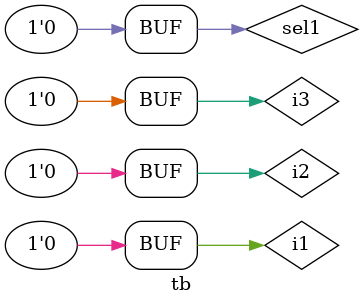
<source format=v>
module tb;
  reg sel0,sel1;
  reg i0,i1,i2,i3;
  wire y;
  
  mux4x1 mux(sel0,sel1,i0,i1,i2,i3,y);
  
  initial begin
    $monitor("sel0=%b,sel1=%b,i0=%b,i1=%b,i2=%b,i3=%b,y=%b",   			  sel0,sel1,i0,i1,i2,i3,y);
    repeat (10) begin
      {i3,i2,i1,i0} = $random;
    end
    repeat (10) begin 
      {sel1,sel0} = $random;
      #2;
    end
  end
endmodule

</source>
